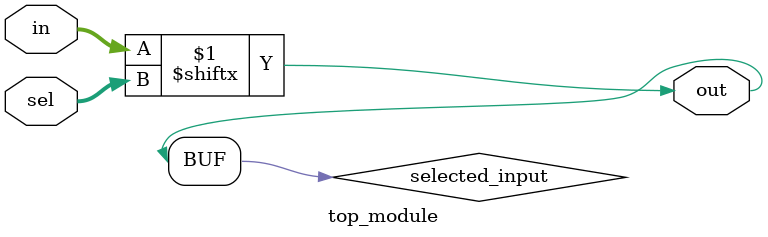
<source format=sv>
module top_module (
	input [255:0] in,
	input [7:0] sel,
	output  out
);
	// Create a 1-bit wire to store the selected input
	wire selected_input;
	
	// Use concatenation to select the appropriate bits from 'in' based on 'sel'
	assign selected_input = in[sel];
	
	// Create the 1-bit wide, 256-to-1 multiplexer
	assign out = selected_input;
endmodule

</source>
